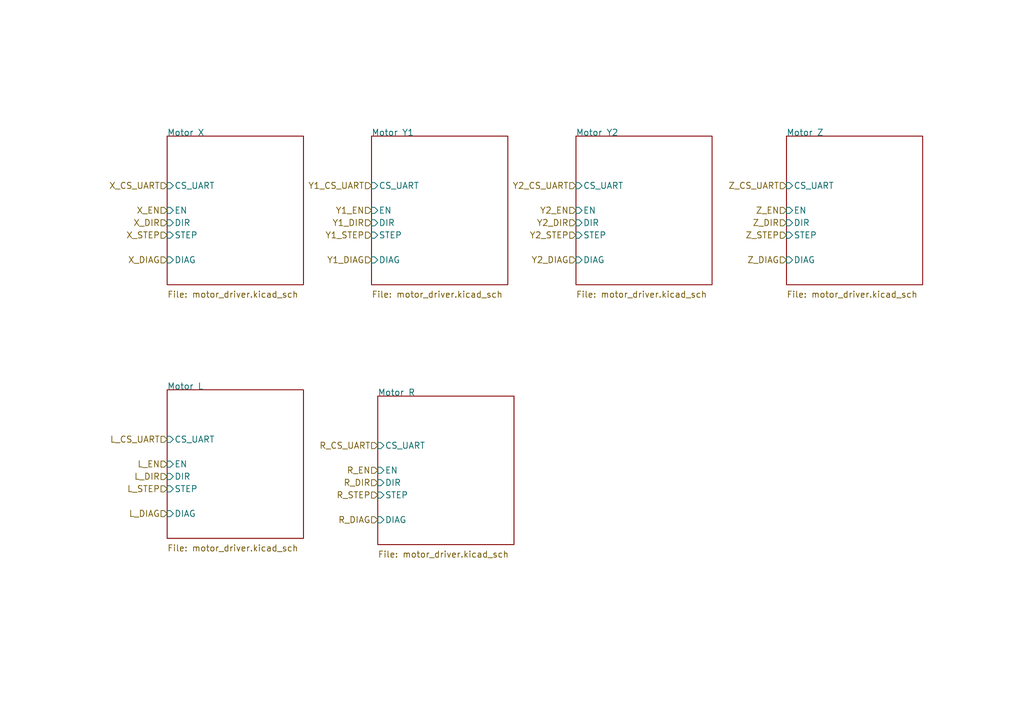
<source format=kicad_sch>
(kicad_sch (version 20230121) (generator eeschema)
  (paper "A5")
  (title_block (title "LumenPnP Motherboard") (date "2023-07-30") (rev "005") (company "Opulo") (comment 1 "Motor Drivers"))
  (lib_symbols)
  (hierarchical_label "X_DIR" (shape input) (at 34.29 45.72 180))
  (hierarchical_label "Z_EN" (shape input) (at 161.29 43.18 180))
  (hierarchical_label "Z_DIAG" (shape input) (at 161.29 53.34 180))
  (hierarchical_label "Z_CS_UART" (shape input) (at 161.29 38.1 180))
  (hierarchical_label "L_EN" (shape input) (at 34.29 95.25 180))
  (hierarchical_label "Y1_EN" (shape input) (at 76.2 43.18 180))
  (hierarchical_label "Y2_DIAG" (shape input) (at 118.11 53.34 180))
  (hierarchical_label "Z_STEP" (shape input) (at 161.29 48.26 180))
  (hierarchical_label "Y2_EN" (shape input) (at 118.11 43.18 180))
  (hierarchical_label "L_DIAG" (shape input) (at 34.29 105.41 180))
  (hierarchical_label "L_CS_UART" (shape input) (at 34.29 90.17 180))
  (hierarchical_label "Z_DIR" (shape input) (at 161.29 45.72 180))
  (hierarchical_label "X_DIAG" (shape input) (at 34.29 53.34 180))
  (hierarchical_label "R_EN" (shape input) (at 77.47 96.52 180))
  (hierarchical_label "Y1_DIAG" (shape input) (at 76.2 53.34 180))
  (hierarchical_label "R_CS_UART" (shape input) (at 77.47 91.44 180))
  (hierarchical_label "Y2_CS_UART" (shape input) (at 118.11 38.1 180))
  (hierarchical_label "Y1_STEP" (shape input) (at 76.2 48.26 180))
  (hierarchical_label "X_STEP" (shape input) (at 34.29 48.26 180))
  (hierarchical_label "R_DIR" (shape input) (at 77.47 99.06 180))
  (hierarchical_label "X_EN" (shape input) (at 34.29 43.18 180))
  (hierarchical_label "L_STEP" (shape input) (at 34.29 100.33 180))
  (hierarchical_label "X_CS_UART" (shape input) (at 34.29 38.1 180))
  (hierarchical_label "Y1_CS_UART" (shape input) (at 76.2 38.1 180))
  (hierarchical_label "L_DIR" (shape input) (at 34.29 97.79 180))
  (hierarchical_label "Y1_DIR" (shape input) (at 76.2 45.72 180))
  (hierarchical_label "Y2_STEP" (shape input) (at 118.11 48.26 180))
  (hierarchical_label "R_STEP" (shape input) (at 77.47 101.6 180))
  (hierarchical_label "Y2_DIR" (shape input) (at 118.11 45.72 180))
  (hierarchical_label "R_DIAG" (shape input) (at 77.47 106.68 180))
  (sheet (at 34.29 27.94) (size 27.94 30.48)
    (property "Sheetname" "Motor X" (at 34.29 27.94 0) (effects (justify left bottom)))
    (property "Sheetfile" "motor_driver.kicad_sch" (at 34.29 59.69 0) (effects (justify left top)))
    (pin "EN" input (at 34.29 43.18 180))
    (pin "STEP" input (at 34.29 48.26 180))
    (pin "DIR" input (at 34.29 45.72 180))
    (pin "CS_UART" input (at 34.29 38.1 180))
    (pin "DIAG" input (at 34.29 53.34 180))
  )
  (sheet (at 161.29 27.94) (size 27.94 30.48)
    (property "Sheetname" "Motor Z" (at 161.29 27.94 0) (effects (justify left bottom)))
    (property "Sheetfile" "motor_driver.kicad_sch" (at 161.29 59.69 0) (effects (justify left top)))
    (pin "EN" input (at 161.29 43.18 180))
    (pin "STEP" input (at 161.29 48.26 180))
    (pin "DIR" input (at 161.29 45.72 180))
    (pin "CS_UART" input (at 161.29 38.1 180))
    (pin "DIAG" input (at 161.29 53.34 180))
  )
  (sheet (at 77.47 81.28) (size 27.94 30.48)
    (property "Sheetname" "Motor R" (at 77.47 81.28 0) (effects (justify left bottom)))
    (property "Sheetfile" "motor_driver.kicad_sch" (at 77.47 113.03 0) (effects (justify left top)))
    (pin "EN" input (at 77.47 96.52 180))
    (pin "STEP" input (at 77.47 101.6 180))
    (pin "DIR" input (at 77.47 99.06 180))
    (pin "CS_UART" input (at 77.47 91.44 180))
    (pin "DIAG" input (at 77.47 106.68 180))
  )
  (sheet (at 76.2 27.94) (size 27.94 30.48)
    (property "Sheetname" "Motor Y1" (at 76.2 27.94 0) (effects (justify left bottom)))
    (property "Sheetfile" "motor_driver.kicad_sch" (at 76.2 59.69 0) (effects (justify left top)))
    (pin "EN" input (at 76.2 43.18 180))
    (pin "STEP" input (at 76.2 48.26 180))
    (pin "DIR" input (at 76.2 45.72 180))
    (pin "CS_UART" input (at 76.2 38.1 180))
    (pin "DIAG" input (at 76.2 53.34 180))
  )
  (sheet (at 118.11 27.94) (size 27.94 30.48)
    (property "Sheetname" "Motor Y2" (at 118.11 27.94 0) (effects (justify left bottom)))
    (property "Sheetfile" "motor_driver.kicad_sch" (at 118.11 59.69 0) (effects (justify left top)))
    (pin "EN" input (at 118.11 43.18 180))
    (pin "STEP" input (at 118.11 48.26 180))
    (pin "DIR" input (at 118.11 45.72 180))
    (pin "CS_UART" input (at 118.11 38.1 180))
    (pin "DIAG" input (at 118.11 53.34 180))
  )
  (sheet (at 34.29 80.01) (size 27.94 30.48)
    (property "Sheetname" "Motor L" (at 34.29 80.01 0) (effects (justify left bottom)))
    (property "Sheetfile" "motor_driver.kicad_sch" (at 34.29 111.76 0) (effects (justify left top)))
    (pin "EN" input (at 34.29 95.25 180))
    (pin "STEP" input (at 34.29 100.33 180))
    (pin "DIR" input (at 34.29 97.79 180))
    (pin "CS_UART" input (at 34.29 90.17 180))
    (pin "DIAG" input (at 34.29 105.41 180))
  )
)
</source>
